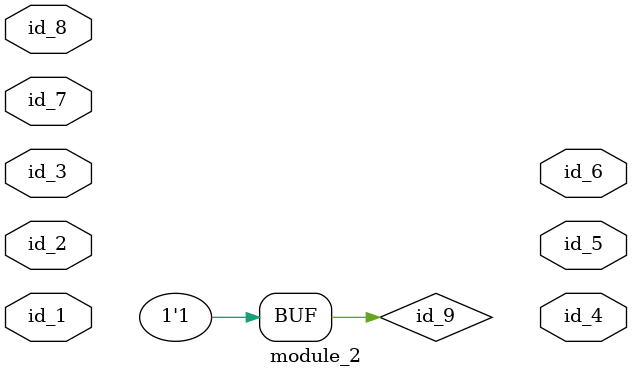
<source format=v>
module module_0 ();
  wire  id_2  ,  id_3  ,  id_4  ,  id_5  ,  id_6  ,  id_7  ,  id_8  ,  id_9  ,  id_10  ,  id_11  ,  id_12  ,  id_13  ,  id_14  ,  id_15  ,  id_16  ,  id_17  ,  id_18  ,  id_19  ,  id_20  ,  id_21  ,  id_22  ,  id_23  ,  id_24  ;
endmodule
module module_1;
  assign id_1[1] = (1);
  assign id_1 = id_1;
  module_0 modCall_1 ();
endmodule
module module_2 (
    id_1,
    id_2,
    id_3,
    id_4,
    id_5,
    id_6,
    id_7,
    id_8
);
  inout wire id_8;
  input wire id_7;
  output wire id_6;
  output wire id_5;
  output wire id_4;
  input wire id_3;
  input wire id_2;
  input wire id_1;
  assign id_6[1+:1] = 1;
  module_0 modCall_1 ();
  tri  id_9 = 1 & 1;
  wire id_10;
endmodule

</source>
